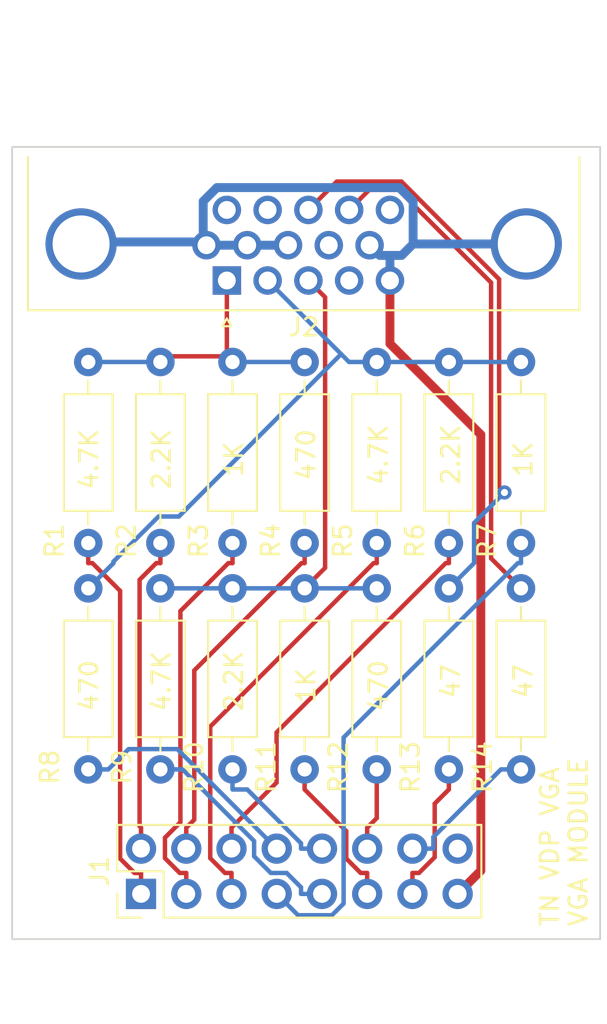
<source format=kicad_pcb>
(kicad_pcb (version 20221018) (generator pcbnew)
  (layers (0 "F.Cu" signal) (31 "B.Cu" signal) (34 "B.Paste" user) (35 "F.Paste" user) (36 "B.SilkS" user "B.Silkscreen") (37 "F.SilkS" user "F.Silkscreen") (38 "B.Mask" user) (39 "F.Mask" user) (44 "Edge.Cuts" user))
  (net 0 "")
  (net 1 "RED")
  (net 2 "GND")
  (net 3 "VS_3V3")
  (net 4 "GREEN")
  (net 5 "BLUE")
  (net 10 "VSYNC")
  (net 11 "HSYNC")
  (net 12 "R2_3V3")
  (net 13 "R3_3V3")
  (net 15 "VCC")
  (net 16 "B0_3V3")
  (net 17 "B1_3V3")
  (net 18 "B2_3V3")
  (net 19 "B3_3V3")
  (net 20 "HS_3V3")
  (net 21 "R0_3V3")
  (net 22 "R1_3V3")
  (net 23 "G0_3V3")
  (net 24 "G1_3V3")
  (net 25 "G2_3V3")
  (net 26 "G3_3V3")
  (footprint "Resistor_THT:R_Axial_DIN0207_L6.3mm_D2.5mm_P10.16mm_Horizontal" (layer "F.Cu") (at 180.975 69.215 -90)
    (fp_text reference "R14" (at 10.033 2.159 90) (layer "F.SilkS"))
    (fp_text value "47")
    (fp_line (start 1.04 0) (end 1.81 0) (stroke (width 0.12)) (layer "F.SilkS"))
    (fp_line (start 1.81 -1.37) (end 1.81 1.37) (stroke (width 0.12)) (layer "F.SilkS"))
    (fp_line (start 1.81 1.37) (end 8.35 1.37) (stroke (width 0.12)) (layer "F.SilkS"))
    (fp_line (start 8.35 -1.37) (end 1.81 -1.37) (stroke (width 0.12)) (layer "F.SilkS"))
    (fp_line (start 8.35 1.37) (end 8.35 -1.37) (stroke (width 0.12)) (layer "F.SilkS"))
    (fp_line (start 9.12 0) (end 8.35 0) (stroke (width 0.12)) (layer "F.SilkS"))
    (pad "1" thru_hole circle (at 0 0 270) (size 1.6 1.6) (drill 0.8) (layers "*.Cu" "*.Mask") (net 10 "VSYNC"))
    (pad "2" thru_hole oval (at 10.16 0 270) (size 1.6 1.6) (drill 0.8) (layers "*.Cu" "*.Mask") (net 3 "VS_3V3"))
  )
  (footprint "Resistor_THT:R_Axial_DIN0207_L6.3mm_D2.5mm_P10.16mm_Horizontal" (layer "F.Cu") (at 156.675 69.215 -90)
    (fp_text reference "R8" (at 10.033 2.159 90) (layer "F.SilkS"))
    (fp_text value "470")
    (fp_line (start 1.04 0) (end 1.81 0) (stroke (width 0.12)) (layer "F.SilkS"))
    (fp_line (start 1.81 -1.37) (end 1.81 1.37) (stroke (width 0.12)) (layer "F.SilkS"))
    (fp_line (start 1.81 1.37) (end 8.35 1.37) (stroke (width 0.12)) (layer "F.SilkS"))
    (fp_line (start 8.35 -1.37) (end 1.81 -1.37) (stroke (width 0.12)) (layer "F.SilkS"))
    (fp_line (start 8.35 1.37) (end 8.35 -1.37) (stroke (width 0.12)) (layer "F.SilkS"))
    (fp_line (start 9.12 0) (end 8.35 0) (stroke (width 0.12)) (layer "F.SilkS"))
    (pad "1" thru_hole circle (at 0 0 270) (size 1.6 1.6) (drill 0.8) (layers "*.Cu" "*.Mask") (net 4 "GREEN"))
    (pad "2" thru_hole oval (at 10.16 0 270) (size 1.6 1.6) (drill 0.8) (layers "*.Cu" "*.Mask") (net 26 "G3_3V3"))
  )
  (footprint "Resistor_THT:R_Axial_DIN0207_L6.3mm_D2.5mm_P10.16mm_Horizontal" (layer "F.Cu") (at 176.925 69.215 -90)
    (fp_text reference "R13" (at 10.033 2.159 90) (layer "F.SilkS"))
    (fp_text value "47")
    (fp_line (start 1.04 0) (end 1.81 0) (stroke (width 0.12)) (layer "F.SilkS"))
    (fp_line (start 1.81 -1.37) (end 1.81 1.37) (stroke (width 0.12)) (layer "F.SilkS"))
    (fp_line (start 1.81 1.37) (end 8.35 1.37) (stroke (width 0.12)) (layer "F.SilkS"))
    (fp_line (start 8.35 -1.37) (end 1.81 -1.37) (stroke (width 0.12)) (layer "F.SilkS"))
    (fp_line (start 8.35 1.37) (end 8.35 -1.37) (stroke (width 0.12)) (layer "F.SilkS"))
    (fp_line (start 9.12 0) (end 8.35 0) (stroke (width 0.12)) (layer "F.SilkS"))
    (pad "1" thru_hole circle (at 0 0 270) (size 1.6 1.6) (drill 0.8) (layers "*.Cu" "*.Mask") (net 11 "HSYNC"))
    (pad "2" thru_hole oval (at 10.16 0 270) (size 1.6 1.6) (drill 0.8) (layers "*.Cu" "*.Mask") (net 20 "HS_3V3"))
  )
  (footprint "Resistor_THT:R_Axial_DIN0207_L6.3mm_D2.5mm_P10.16mm_Horizontal" (layer "F.Cu") (at 156.675 56.515 -90)
    (fp_text reference "R1" (at 10.033 1.905 90) (layer "F.SilkS"))
    (fp_text value "4.7K")
    (fp_line (start 1.04 0) (end 1.81 0) (stroke (width 0.12)) (layer "F.SilkS"))
    (fp_line (start 1.81 -1.37) (end 1.81 1.37) (stroke (width 0.12)) (layer "F.SilkS"))
    (fp_line (start 1.81 1.37) (end 8.35 1.37) (stroke (width 0.12)) (layer "F.SilkS"))
    (fp_line (start 8.35 -1.37) (end 1.81 -1.37) (stroke (width 0.12)) (layer "F.SilkS"))
    (fp_line (start 8.35 1.37) (end 8.35 -1.37) (stroke (width 0.12)) (layer "F.SilkS"))
    (fp_line (start 9.12 0) (end 8.35 0) (stroke (width 0.12)) (layer "F.SilkS"))
    (pad "1" thru_hole circle (at 0 0 270) (size 1.6 1.6) (drill 0.8) (layers "*.Cu" "*.Mask") (net 1 "RED"))
    (pad "2" thru_hole oval (at 10.16 0 270) (size 1.6 1.6) (drill 0.8) (layers "*.Cu" "*.Mask") (net 21 "R0_3V3"))
  )
  (footprint "Connector_Dsub:DSUB-15-HD_Female_Horizontal_P2.29x1.98mm_EdgePinOffset3.03mm_Housed_MountingHolesOffset4.94mm" (layer "F.Cu") (at 164.457 51.943 180)
    (fp_text reference "J2" (at -4.315 -2.61) (layer "F.SilkS"))
    (fp_text value "DE15_Receptacle_HighDensity_MountingHoles")
    (fp_line (start -19.8 -1.67) (end 11.17 -1.67) (stroke (width 0.12)) (layer "F.SilkS"))
    (fp_line (start -19.8 6.93) (end -19.8 -1.67) (stroke (width 0.12)) (layer "F.SilkS"))
    (fp_line (start -0.25 -2.564338) (end 0.25 -2.564338) (stroke (width 0.12)) (layer "F.SilkS"))
    (fp_line (start 0 -2.131325) (end -0.25 -2.564338) (stroke (width 0.12)) (layer "F.SilkS"))
    (fp_line (start 0.25 -2.564338) (end 0 -2.131325) (stroke (width 0.12)) (layer "F.SilkS"))
    (fp_line (start 11.17 -1.67) (end 11.17 6.93) (stroke (width 0.12)) (layer "F.SilkS"))
    (pad "0" thru_hole circle (at -16.815 2.05 180) (size 4 4) (drill 3.2) (layers "*.Cu" "*.Mask") (net 2 "GND"))
    (pad "0" thru_hole circle (at 8.185 2.05 180) (size 4 4) (drill 3.2) (layers "*.Cu" "*.Mask") (net 2 "GND"))
    (pad "1" thru_hole rect (at 0 0 180) (size 1.6 1.6) (drill 1) (layers "*.Cu" "*.Mask") (net 1 "RED"))
    (pad "2" thru_hole circle (at -2.29 0 180) (size 1.6 1.6) (drill 1) (layers "*.Cu" "*.Mask") (net 4 "GREEN"))
    (pad "3" thru_hole circle (at -4.58 0 180) (size 1.6 1.6) (drill 1) (layers "*.Cu" "*.Mask") (net 5 "BLUE"))
    (pad "4" thru_hole circle (at -6.87 0 180) (size 1.6 1.6) (drill 1) (layers "*.Cu" "*.Mask"))
    (pad "5" thru_hole circle (at -9.16 0 180) (size 1.6 1.6) (drill 1) (layers "*.Cu" "*.Mask") (net 2 "GND"))
    (pad "6" thru_hole circle (at 1.145 1.98 180) (size 1.6 1.6) (drill 1) (layers "*.Cu" "*.Mask") (net 2 "GND"))
    (pad "7" thru_hole circle (at -1.145 1.98 180) (size 1.6 1.6) (drill 1) (layers "*.Cu" "*.Mask") (net 2 "GND"))
    (pad "8" thru_hole circle (at -3.435 1.98 180) (size 1.6 1.6) (drill 1) (layers "*.Cu" "*.Mask") (net 2 "GND"))
    (pad "9" thru_hole circle (at -5.725 1.98 180) (size 1.6 1.6) (drill 1) (layers "*.Cu" "*.Mask"))
    (pad "10" thru_hole circle (at -8.015 1.98 180) (size 1.6 1.6) (drill 1) (layers "*.Cu" "*.Mask") (net 2 "GND"))
    (pad "11" thru_hole circle (at 0 3.96 180) (size 1.6 1.6) (drill 1) (layers "*.Cu" "*.Mask"))
    (pad "12" thru_hole circle (at -2.29 3.96 180) (size 1.6 1.6) (drill 1) (layers "*.Cu" "*.Mask"))
    (pad "13" thru_hole circle (at -4.58 3.96 180) (size 1.6 1.6) (drill 1) (layers "*.Cu" "*.Mask") (net 11 "HSYNC"))
    (pad "14" thru_hole circle (at -6.87 3.96 180) (size 1.6 1.6) (drill 1) (layers "*.Cu" "*.Mask") (net 10 "VSYNC"))
    (pad "15" thru_hole circle (at -9.16 3.96 180) (size 1.6 1.6) (drill 1) (layers "*.Cu" "*.Mask"))
  )
  (footprint "Resistor_THT:R_Axial_DIN0207_L6.3mm_D2.5mm_P10.16mm_Horizontal" (layer "F.Cu") (at 168.825 56.515 -90)
    (fp_text reference "R4" (at 10.033 1.905 90) (layer "F.SilkS"))
    (fp_text value "470")
    (fp_line (start 1.04 0) (end 1.81 0) (stroke (width 0.12)) (layer "F.SilkS"))
    (fp_line (start 1.81 -1.37) (end 1.81 1.37) (stroke (width 0.12)) (layer "F.SilkS"))
    (fp_line (start 1.81 1.37) (end 8.35 1.37) (stroke (width 0.12)) (layer "F.SilkS"))
    (fp_line (start 8.35 -1.37) (end 1.81 -1.37) (stroke (width 0.12)) (layer "F.SilkS"))
    (fp_line (start 8.35 1.37) (end 8.35 -1.37) (stroke (width 0.12)) (layer "F.SilkS"))
    (fp_line (start 9.12 0) (end 8.35 0) (stroke (width 0.12)) (layer "F.SilkS"))
    (pad "1" thru_hole circle (at 0 0 270) (size 1.6 1.6) (drill 0.8) (layers "*.Cu" "*.Mask") (net 1 "RED"))
    (pad "2" thru_hole oval (at 10.16 0 270) (size 1.6 1.6) (drill 0.8) (layers "*.Cu" "*.Mask") (net 13 "R3_3V3"))
  )
  (footprint "Resistor_THT:R_Axial_DIN0207_L6.3mm_D2.5mm_P10.16mm_Horizontal" (layer "F.Cu") (at 164.775 69.215 -90)
    (fp_text reference "R10" (at 10.033 2.159 90) (layer "F.SilkS"))
    (fp_text value "2.2K")
    (fp_line (start 1.04 0) (end 1.81 0) (stroke (width 0.12)) (layer "F.SilkS"))
    (fp_line (start 1.81 -1.37) (end 1.81 1.37) (stroke (width 0.12)) (layer "F.SilkS"))
    (fp_line (start 1.81 1.37) (end 8.35 1.37) (stroke (width 0.12)) (layer "F.SilkS"))
    (fp_line (start 8.35 -1.37) (end 1.81 -1.37) (stroke (width 0.12)) (layer "F.SilkS"))
    (fp_line (start 8.35 1.37) (end 8.35 -1.37) (stroke (width 0.12)) (layer "F.SilkS"))
    (fp_line (start 9.12 0) (end 8.35 0) (stroke (width 0.12)) (layer "F.SilkS"))
    (pad "1" thru_hole circle (at 0 0 270) (size 1.6 1.6) (drill 0.8) (layers "*.Cu" "*.Mask") (net 5 "BLUE"))
    (pad "2" thru_hole oval (at 10.16 0 270) (size 1.6 1.6) (drill 0.8) (layers "*.Cu" "*.Mask") (net 17 "B1_3V3"))
  )
  (footprint "Resistor_THT:R_Axial_DIN0207_L6.3mm_D2.5mm_P10.16mm_Horizontal" (layer "F.Cu") (at 180.975 56.515 -90)
    (fp_text reference "R7" (at 10.033 1.905 90) (layer "F.SilkS"))
    (fp_text value "1K")
    (fp_line (start 1.04 0) (end 1.81 0) (stroke (width 0.12)) (layer "F.SilkS"))
    (fp_line (start 1.81 -1.37) (end 1.81 1.37) (stroke (width 0.12)) (layer "F.SilkS"))
    (fp_line (start 1.81 1.37) (end 8.35 1.37) (stroke (width 0.12)) (layer "F.SilkS"))
    (fp_line (start 8.35 -1.37) (end 1.81 -1.37) (stroke (width 0.12)) (layer "F.SilkS"))
    (fp_line (start 8.35 1.37) (end 8.35 -1.37) (stroke (width 0.12)) (layer "F.SilkS"))
    (fp_line (start 9.12 0) (end 8.35 0) (stroke (width 0.12)) (layer "F.SilkS"))
    (pad "1" thru_hole circle (at 0 0 270) (size 1.6 1.6) (drill 0.8) (layers "*.Cu" "*.Mask") (net 4 "GREEN"))
    (pad "2" thru_hole oval (at 10.16 0 270) (size 1.6 1.6) (drill 0.8) (layers "*.Cu" "*.Mask") (net 25 "G2_3V3"))
  )
  (footprint "Resistor_THT:R_Axial_DIN0207_L6.3mm_D2.5mm_P10.16mm_Horizontal" (layer "F.Cu") (at 168.825 69.215 -90)
    (fp_text reference "R11" (at 10.033 2.159 90) (layer "F.SilkS"))
    (fp_text value "1K")
    (fp_line (start 1.04 0) (end 1.81 0) (stroke (width 0.12)) (layer "F.SilkS"))
    (fp_line (start 1.81 -1.37) (end 1.81 1.37) (stroke (width 0.12)) (layer "F.SilkS"))
    (fp_line (start 1.81 1.37) (end 8.35 1.37) (stroke (width 0.12)) (layer "F.SilkS"))
    (fp_line (start 8.35 -1.37) (end 1.81 -1.37) (stroke (width 0.12)) (layer "F.SilkS"))
    (fp_line (start 8.35 1.37) (end 8.35 -1.37) (stroke (width 0.12)) (layer "F.SilkS"))
    (fp_line (start 9.12 0) (end 8.35 0) (stroke (width 0.12)) (layer "F.SilkS"))
    (pad "1" thru_hole circle (at 0 0 270) (size 1.6 1.6) (drill 0.8) (layers "*.Cu" "*.Mask") (net 5 "BLUE"))
    (pad "2" thru_hole oval (at 10.16 0 270) (size 1.6 1.6) (drill 0.8) (layers "*.Cu" "*.Mask") (net 18 "B2_3V3"))
  )
  (footprint "Resistor_THT:R_Axial_DIN0207_L6.3mm_D2.5mm_P10.16mm_Horizontal" (layer "F.Cu") (at 164.775 56.515 -90)
    (fp_text reference "R3" (at 10.033 1.905 90) (layer "F.SilkS"))
    (fp_text value "1K")
    (fp_line (start 1.04 0) (end 1.81 0) (stroke (width 0.12)) (layer "F.SilkS"))
    (fp_line (start 1.81 -1.37) (end 1.81 1.37) (stroke (width 0.12)) (layer "F.SilkS"))
    (fp_line (start 1.81 1.37) (end 8.35 1.37) (stroke (width 0.12)) (layer "F.SilkS"))
    (fp_line (start 8.35 -1.37) (end 1.81 -1.37) (stroke (width 0.12)) (layer "F.SilkS"))
    (fp_line (start 8.35 1.37) (end 8.35 -1.37) (stroke (width 0.12)) (layer "F.SilkS"))
    (fp_line (start 9.12 0) (end 8.35 0) (stroke (width 0.12)) (layer "F.SilkS"))
    (pad "1" thru_hole circle (at 0 0 270) (size 1.6 1.6) (drill 0.8) (layers "*.Cu" "*.Mask") (net 1 "RED"))
    (pad "2" thru_hole oval (at 10.16 0 270) (size 1.6 1.6) (drill 0.8) (layers "*.Cu" "*.Mask") (net 12 "R2_3V3"))
  )
  (footprint "Connector_PinHeader_2.54mm:PinHeader_2x08_P2.54mm_Vertical" (layer "F.Cu") (at 159.639 86.36 90)
    (fp_text reference "J1" (at 1.27 -2.33 90) (layer "F.SilkS"))
    (fp_text value "Conn_02x08_Odd_Even")
    (fp_line (start -1.33 -1.33) (end 0 -1.33) (stroke (width 0.12)) (layer "F.SilkS"))
    (fp_line (start -1.33 0) (end -1.33 -1.33) (stroke (width 0.12)) (layer "F.SilkS"))
    (fp_line (start -1.33 1.27) (end -1.33 19.11) (stroke (width 0.12)) (layer "F.SilkS"))
    (fp_line (start -1.33 1.27) (end 1.27 1.27) (stroke (width 0.12)) (layer "F.SilkS"))
    (fp_line (start -1.33 19.11) (end 3.87 19.11) (stroke (width 0.12)) (layer "F.SilkS"))
    (fp_line (start 1.27 -1.33) (end 3.87 -1.33) (stroke (width 0.12)) (layer "F.SilkS"))
    (fp_line (start 1.27 1.27) (end 1.27 -1.33) (stroke (width 0.12)) (layer "F.SilkS"))
    (fp_line (start 3.87 -1.33) (end 3.87 19.11) (stroke (width 0.12)) (layer "F.SilkS"))
    (pad "1" thru_hole rect (at 0 0 90) (size 1.7 1.7) (drill 1) (layers "*.Cu" "*.Mask") (net 21 "R0_3V3"))
    (pad "2" thru_hole oval (at 2.54 0 90) (size 1.7 1.7) (drill 1) (layers "*.Cu" "*.Mask") (net 22 "R1_3V3"))
    (pad "3" thru_hole oval (at 0 2.54 90) (size 1.7 1.7) (drill 1) (layers "*.Cu" "*.Mask") (net 12 "R2_3V3"))
    (pad "4" thru_hole oval (at 2.54 2.54 90) (size 1.7 1.7) (drill 1) (layers "*.Cu" "*.Mask") (net 13 "R3_3V3"))
    (pad "5" thru_hole oval (at 0 5.08 90) (size 1.7 1.7) (drill 1) (layers "*.Cu" "*.Mask") (net 23 "G0_3V3"))
    (pad "6" thru_hole oval (at 2.54 5.08 90) (size 1.7 1.7) (drill 1) (layers "*.Cu" "*.Mask") (net 24 "G1_3V3"))
    (pad "7" thru_hole oval (at 0 7.62 90) (size 1.7 1.7) (drill 1) (layers "*.Cu" "*.Mask") (net 25 "G2_3V3"))
    (pad "8" thru_hole oval (at 2.54 7.62 90) (size 1.7 1.7) (drill 1) (layers "*.Cu" "*.Mask") (net 26 "G3_3V3"))
    (pad "9" thru_hole oval (at 0 10.16 90) (size 1.7 1.7) (drill 1) (layers "*.Cu" "*.Mask") (net 16 "B0_3V3"))
    (pad "10" thru_hole oval (at 2.54 10.16 90) (size 1.7 1.7) (drill 1) (layers "*.Cu" "*.Mask") (net 17 "B1_3V3"))
    (pad "11" thru_hole oval (at 0 12.7 90) (size 1.7 1.7) (drill 1) (layers "*.Cu" "*.Mask") (net 18 "B2_3V3"))
    (pad "12" thru_hole oval (at 2.54 12.7 90) (size 1.7 1.7) (drill 1) (layers "*.Cu" "*.Mask") (net 19 "B3_3V3"))
    (pad "13" thru_hole oval (at 0 15.24 90) (size 1.7 1.7) (drill 1) (layers "*.Cu" "*.Mask") (net 20 "HS_3V3"))
    (pad "14" thru_hole oval (at 2.54 15.24 90) (size 1.7 1.7) (drill 1) (layers "*.Cu" "*.Mask") (net 3 "VS_3V3"))
    (pad "15" thru_hole oval (at 0 17.78 90) (size 1.7 1.7) (drill 1) (layers "*.Cu" "*.Mask") (net 2 "GND"))
    (pad "16" thru_hole oval (at 2.54 17.78 90) (size 1.7 1.7) (drill 1) (layers "*.Cu" "*.Mask") (net 15 "VCC"))
  )
  (footprint "Resistor_THT:R_Axial_DIN0207_L6.3mm_D2.5mm_P10.16mm_Horizontal" (layer "F.Cu") (at 160.725 69.215 -90)
    (fp_text reference "R9" (at 10.033 2.159 90) (layer "F.SilkS"))
    (fp_text value "4.7K")
    (fp_line (start 1.04 0) (end 1.81 0) (stroke (width 0.12)) (layer "F.SilkS"))
    (fp_line (start 1.81 -1.37) (end 1.81 1.37) (stroke (width 0.12)) (layer "F.SilkS"))
    (fp_line (start 1.81 1.37) (end 8.35 1.37) (stroke (width 0.12)) (layer "F.SilkS"))
    (fp_line (start 8.35 -1.37) (end 1.81 -1.37) (stroke (width 0.12)) (layer "F.SilkS"))
    (fp_line (start 8.35 1.37) (end 8.35 -1.37) (stroke (width 0.12)) (layer "F.SilkS"))
    (fp_line (start 9.12 0) (end 8.35 0) (stroke (width 0.12)) (layer "F.SilkS"))
    (pad "1" thru_hole circle (at 0 0 270) (size 1.6 1.6) (drill 0.8) (layers "*.Cu" "*.Mask") (net 5 "BLUE"))
    (pad "2" thru_hole oval (at 10.16 0 270) (size 1.6 1.6) (drill 0.8) (layers "*.Cu" "*.Mask") (net 16 "B0_3V3"))
  )
  (footprint "Resistor_THT:R_Axial_DIN0207_L6.3mm_D2.5mm_P10.16mm_Horizontal" (layer "F.Cu") (at 172.875 56.515 -90)
    (fp_text reference "R5" (at 10.033 1.905 90) (layer "F.SilkS"))
    (fp_text value "4.7K")
    (fp_line (start 1.04 0) (end 1.81 0) (stroke (width 0.12)) (layer "F.SilkS"))
    (fp_line (start 1.81 -1.37) (end 1.81 1.37) (stroke (width 0.12)) (layer "F.SilkS"))
    (fp_line (start 1.81 1.37) (end 8.35 1.37) (stroke (width 0.12)) (layer "F.SilkS"))
    (fp_line (start 8.35 -1.37) (end 1.81 -1.37) (stroke (width 0.12)) (layer "F.SilkS"))
    (fp_line (start 8.35 1.37) (end 8.35 -1.37) (stroke (width 0.12)) (layer "F.SilkS"))
    (fp_line (start 9.12 0) (end 8.35 0) (stroke (width 0.12)) (layer "F.SilkS"))
    (pad "1" thru_hole circle (at 0 0 270) (size 1.6 1.6) (drill 0.8) (layers "*.Cu" "*.Mask") (net 4 "GREEN"))
    (pad "2" thru_hole oval (at 10.16 0 270) (size 1.6 1.6) (drill 0.8) (layers "*.Cu" "*.Mask") (net 23 "G0_3V3"))
  )
  (footprint "Resistor_THT:R_Axial_DIN0207_L6.3mm_D2.5mm_P10.16mm_Horizontal" (layer "F.Cu") (at 176.925 56.515 -90)
    (fp_text reference "R6" (at 10.033 1.905 90) (layer "F.SilkS"))
    (fp_text value "2.2K")
    (fp_line (start 1.04 0) (end 1.81 0) (stroke (width 0.12)) (layer "F.SilkS"))
    (fp_line (start 1.81 -1.37) (end 1.81 1.37) (stroke (width 0.12)) (layer "F.SilkS"))
    (fp_line (start 1.81 1.37) (end 8.35 1.37) (stroke (width 0.12)) (layer "F.SilkS"))
    (fp_line (start 8.35 -1.37) (end 1.81 -1.37) (stroke (width 0.12)) (layer "F.SilkS"))
    (fp_line (start 8.35 1.37) (end 8.35 -1.37) (stroke (width 0.12)) (layer "F.SilkS"))
    (fp_line (start 9.12 0) (end 8.35 0) (stroke (width 0.12)) (layer "F.SilkS"))
    (pad "1" thru_hole circle (at 0 0 270) (size 1.6 1.6) (drill 0.8) (layers "*.Cu" "*.Mask") (net 4 "GREEN"))
    (pad "2" thru_hole oval (at 10.16 0 270) (size 1.6 1.6) (drill 0.8) (layers "*.Cu" "*.Mask") (net 24 "G1_3V3"))
  )
  (footprint "Resistor_THT:R_Axial_DIN0207_L6.3mm_D2.5mm_P10.16mm_Horizontal" (layer "F.Cu") (at 160.725 56.515 -90)
    (fp_text reference "R2" (at 10.033 1.905 90) (layer "F.SilkS"))
    (fp_text value "2.2K")
    (fp_line (start 1.04 0) (end 1.81 0) (stroke (width 0.12)) (layer "F.SilkS"))
    (fp_line (start 1.81 -1.37) (end 1.81 1.37) (stroke (width 0.12)) (layer "F.SilkS"))
    (fp_line (start 1.81 1.37) (end 8.35 1.37) (stroke (width 0.12)) (layer "F.SilkS"))
    (fp_line (start 8.35 -1.37) (end 1.81 -1.37) (stroke (width 0.12)) (layer "F.SilkS"))
    (fp_line (start 8.35 1.37) (end 8.35 -1.37) (stroke (width 0.12)) (layer "F.SilkS"))
    (fp_line (start 9.12 0) (end 8.35 0) (stroke (width 0.12)) (layer "F.SilkS"))
    (pad "1" thru_hole circle (at 0 0 270) (size 1.6 1.6) (drill 0.8) (layers "*.Cu" "*.Mask") (net 1 "RED"))
    (pad "2" thru_hole oval (at 10.16 0 270) (size 1.6 1.6) (drill 0.8) (layers "*.Cu" "*.Mask") (net 22 "R1_3V3"))
  )
  (footprint "Resistor_THT:R_Axial_DIN0207_L6.3mm_D2.5mm_P10.16mm_Horizontal" (layer "F.Cu") (at 172.875 69.215 -90)
    (fp_text reference "R12" (at 10.033 2.159 90) (layer "F.SilkS"))
    (fp_text value "470")
    (fp_line (start 1.04 0) (end 1.81 0) (stroke (width 0.12)) (layer "F.SilkS"))
    (fp_line (start 1.81 -1.37) (end 1.81 1.37) (stroke (width 0.12)) (layer "F.SilkS"))
    (fp_line (start 1.81 1.37) (end 8.35 1.37) (stroke (width 0.12)) (layer "F.SilkS"))
    (fp_line (start 8.35 -1.37) (end 1.81 -1.37) (stroke (width 0.12)) (layer "F.SilkS"))
    (fp_line (start 8.35 1.37) (end 8.35 -1.37) (stroke (width 0.12)) (layer "F.SilkS"))
    (fp_line (start 9.12 0) (end 8.35 0) (stroke (width 0.12)) (layer "F.SilkS"))
    (pad "1" thru_hole circle (at 0 0 270) (size 1.6 1.6) (drill 0.8) (layers "*.Cu" "*.Mask") (net 5 "BLUE"))
    (pad "2" thru_hole oval (at 10.16 0 270) (size 1.6 1.6) (drill 0.8) (layers "*.Cu" "*.Mask") (net 19 "B3_3V3"))
  )
  (gr_line (start 152.4 88.9) (end 152.4 44.45) (stroke (width 0.1)) (layer "Edge.Cuts"))
  (gr_line (start 152.4 44.45) (end 185.42 44.45) (stroke (width 0.1)) (layer "Edge.Cuts"))
  (gr_line (start 185.42 88.9) (end 152.4 88.9) (stroke (width 0.1)) (layer "Edge.Cuts"))
  (gr_line (start 185.42 44.45) (end 185.42 88.9) (stroke (width 0.1)) (layer "Edge.Cuts"))
  (gr_text "4.7K" (at 156.718 61.976 90) (layer "F.SilkS") (effects (font (size 1 1))))
  (gr_text "1K" (at 164.846 61.976 90) (layer "F.SilkS") (effects (font (size 1 1))))
  (gr_text "470" (at 156.718 74.676 90) (layer "F.SilkS") (effects (font (size 1 1))))
  (gr_text "47" (at 181.102 74.422 90) (layer "F.SilkS") (effects (font (size 1 1))))
  (gr_text "1K" (at 181.102 61.976 90) (layer "F.SilkS") (effects (font (size 1 1))))
  (gr_text "47" (at 177.038 74.422 90) (layer "F.SilkS") (effects (font (size 1 1))))
  (gr_text "470" (at 172.974 74.676 90) (layer "F.SilkS") (effects (font (size 1 1))))
  (gr_text "TN VDP VGA\nVGA MODULE" (at 184.785 88.265 90) (layer "F.SilkS") (effects (font (size 1 1)) (justify left bottom)))
  (gr_text "1K" (at 168.91 74.676 90) (layer "F.SilkS") (effects (font (size 1 1))))
  (gr_text "470" (at 168.91 61.722 90) (layer "F.SilkS") (effects (font (size 1 1))))
  (gr_text "2.2K" (at 164.846 74.422 90) (layer "F.SilkS") (effects (font (size 1 1))))
  (gr_text "4.7K" (at 160.782 74.422 90) (layer "F.SilkS") (effects (font (size 1 1))))
  (gr_text "2.2K" (at 160.782 61.976 90) (layer "F.SilkS") (effects (font (size 1 1))))
  (gr_text "4.7K" (at 172.974 61.722 90) (layer "F.SilkS") (effects (font (size 1 1))))
  (gr_text "2.2K" (at 177.038 61.722 90) (layer "F.SilkS") (effects (font (size 1 1))))
  (segment (start 161.043 56.197) (end 160.725 56.515) (width 0.25) (layer "F.Cu") (net 1))
  (segment (start 164.457 51.943) (end 164.457 56.197) (width 0.25) (layer "F.Cu") (net 1))
  (segment (start 164.457 56.197) (end 161.043 56.197) (width 0.25) (layer "F.Cu") (net 1))
  (segment (start 164.457 56.197) (end 164.775 56.515) (width 0.25) (layer "F.Cu") (net 1))
  (segment (start 156.675 56.515) (end 160.725 56.515) (width 0.25) (layer "B.Cu") (net 1))
  (segment (start 164.775 56.515) (end 168.825 56.515) (width 0.25) (layer "B.Cu") (net 1))
  (segment (start 178.7216 60.5935) (end 173.617 55.4889) (width 0.5) (layer "F.Cu") (net 2))
  (segment (start 173.617 55.4889) (end 173.617 51.943) (width 0.5) (layer "F.Cu") (net 2))
  (segment (start 177.419 86.36) (end 178.7216 85.0574) (width 0.5) (layer "F.Cu") (net 2))
  (segment (start 178.7216 85.0574) (end 178.7216 60.5935) (width 0.5) (layer "F.Cu") (net 2))
  (segment (start 172.472 49.963) (end 173.0445 50.5355) (width 0.5) (layer "B.Cu") (net 2))
  (segment (start 173.617 50.5355) (end 174.2755 50.5355) (width 0.5) (layer "B.Cu") (net 2))
  (segment (start 174.1489 46.7298) (end 163.8988 46.7298) (width 0.5) (layer "B.Cu") (net 2))
  (segment (start 174.918 49.893) (end 174.918 47.4989) (width 0.5) (layer "B.Cu") (net 2))
  (segment (start 165.602 49.963) (end 163.312 49.963) (width 0.5) (layer "B.Cu") (net 2))
  (segment (start 181.272 49.893) (end 174.918 49.893) (width 0.5) (layer "B.Cu") (net 2))
  (segment (start 167.892 49.963) (end 165.602 49.963) (width 0.5) (layer "B.Cu") (net 2))
  (segment (start 174.2755 50.5355) (end 174.918 49.893) (width 0.5) (layer "B.Cu") (net 2))
  (segment (start 163.1295 47.4991) (end 163.1295 49.7805) (width 0.5) (layer "B.Cu") (net 2))
  (segment (start 163.1295 49.7805) (end 163.312 49.963) (width 0.5) (layer "B.Cu") (net 2))
  (segment (start 163.8988 46.7298) (end 163.1295 47.4991) (width 0.5) (layer "B.Cu") (net 2))
  (segment (start 156.3845 49.7805) (end 156.272 49.893) (width 0.5) (layer "B.Cu") (net 2))
  (segment (start 163.1295 49.7805) (end 156.3845 49.7805) (width 0.5) (layer "B.Cu") (net 2))
  (segment (start 174.918 47.4989) (end 174.1489 46.7298) (width 0.5) (layer "B.Cu") (net 2))
  (segment (start 173.617 51.943) (end 173.617 50.5355) (width 0.5) (layer "B.Cu") (net 2))
  (segment (start 173.0445 50.5355) (end 173.617 50.5355) (width 0.5) (layer "B.Cu") (net 2))
  (segment (start 180.975 79.375) (end 179.8499 79.375) (width 0.25) (layer "B.Cu") (net 3))
  (segment (start 176.0541 83.1708) (end 179.8499 79.375) (width 0.25) (layer "B.Cu") (net 3))
  (segment (start 176.0541 83.82) (end 176.0541 83.1708) (width 0.25) (layer "B.Cu") (net 3))
  (segment (start 174.879 83.82) (end 176.0541 83.82) (width 0.25) (layer "B.Cu") (net 3))
  (segment (start 158.0899 67.8002) (end 158.0898 67.8002) (width 0.25) (layer "B.Cu") (net 4))
  (segment (start 158.0899 67.7155) (end 158.0899 67.8002) (width 0.25) (layer "B.Cu") (net 4))
  (segment (start 172.875 56.515) (end 176.925 56.515) (width 0.25) (layer "B.Cu") (net 4))
  (segment (start 160.6214 65.184) (end 158.0899 67.7155) (width 0.25) (layer "B.Cu") (net 4))
  (segment (start 166.747 51.943) (end 170.8753 56.0712) (width 0.25) (layer "B.Cu") (net 4))
  (segment (start 170.8753 56.0712) (end 171.319 56.515) (width 0.25) (layer "B.Cu") (net 4))
  (segment (start 171.319 56.515) (end 172.875 56.515) (width 0.25) (layer "B.Cu") (net 4))
  (segment (start 170.8753 56.0712) (end 161.7625 65.184) (width 0.25) (layer "B.Cu") (net 4))
  (segment (start 161.7625 65.184) (end 160.6214 65.184) (width 0.25) (layer "B.Cu") (net 4))
  (segment (start 158.0898 67.8002) (end 156.675 69.215) (width 0.25) (layer "B.Cu") (net 4))
  (segment (start 176.925 56.515) (end 180.975 56.515) (width 0.25) (layer "B.Cu") (net 4))
  (segment (start 169.9766 52.8826) (end 169.9766 68.0634) (width 0.25) (layer "F.Cu") (net 5))
  (segment (start 169.9766 68.0634) (end 168.825 69.215) (width 0.25) (layer "F.Cu") (net 5))
  (segment (start 169.037 51.943) (end 169.9766 52.8826) (width 0.25) (layer "F.Cu") (net 5))
  (segment (start 168.825 69.215) (end 172.875 69.215) (width 0.25) (layer "B.Cu") (net 5))
  (segment (start 164.775 69.215) (end 168.825 69.215) (width 0.25) (layer "B.Cu") (net 5))
  (segment (start 160.725 69.215) (end 164.775 69.215) (width 0.25) (layer "B.Cu") (net 5))
  (segment (start 174.0914 46.8565) (end 179.2968 52.0619) (width 0.25) (layer "F.Cu") (net 10))
  (segment (start 179.2968 52.0619) (end 179.2968 67.5368) (width 0.25) (layer "F.Cu") (net 10))
  (segment (start 171.327 47.983) (end 172.4535 46.8565) (width 0.25) (layer "F.Cu") (net 10))
  (segment (start 172.4535 46.8565) (end 174.0914 46.8565) (width 0.25) (layer "F.Cu") (net 10))
  (segment (start 179.2968 67.5368) (end 180.975 69.215) (width 0.25) (layer "F.Cu") (net 10))
  (segment (start 179.747 51.8754) (end 179.747 63.5356) (width 0.25) (layer "F.Cu") (net 11))
  (segment (start 169.037 47.983) (end 170.6286 46.3914) (width 0.25) (layer "F.Cu") (net 11))
  (segment (start 170.6286 46.3914) (end 174.263 46.3914) (width 0.25) (layer "F.Cu") (net 11))
  (segment (start 179.747 63.5356) (end 180.0491 63.8377) (width 0.25) (layer "F.Cu") (net 11))
  (segment (start 174.263 46.3914) (end 179.747 51.8754) (width 0.25) (layer "F.Cu") (net 11))
  (via (at 180.0491 63.8377) (size 0.8) (drill 0.4) (layers "F.Cu" "B.Cu") (net 11))
  (segment (start 178.3398 65.547) (end 180.0491 63.8377) (width 0.25) (layer "B.Cu") (net 11))
  (segment (start 176.925 69.215) (end 178.3398 67.8002) (width 0.25) (layer "B.Cu") (net 11))
  (segment (start 178.3398 67.8002) (end 178.3398 65.547) (width 0.25) (layer "B.Cu") (net 11))
  (segment (start 161.8502 82.337) (end 161.8502 70.4917) (width 0.25) (layer "F.Cu") (net 12))
  (segment (start 160.9816 83.2056) (end 161.8502 82.337) (width 0.25) (layer "F.Cu") (net 12))
  (segment (start 160.9816 84.3547) (end 160.9816 83.2056) (width 0.25) (layer "F.Cu") (net 12))
  (segment (start 164.775 66.675) (end 164.775 67.8001) (width 0.25) (layer "F.Cu") (net 12))
  (segment (start 161.8118 85.1849) (end 160.9816 84.3547) (width 0.25) (layer "F.Cu") (net 12))
  (segment (start 164.5418 67.8001) (end 164.775 67.8001) (width 0.25) (layer "F.Cu") (net 12))
  (segment (start 161.8502 70.4917) (end 164.5418 67.8001) (width 0.25) (layer "F.Cu") (net 12))
  (segment (start 162.179 86.36) (end 162.179 85.1849) (width 0.25) (layer "F.Cu") (net 12))
  (segment (start 162.179 85.1849) (end 161.8118 85.1849) (width 0.25) (layer "F.Cu") (net 12))
  (segment (start 168.6487 67.8001) (end 168.825 67.8001) (width 0.25) (layer "F.Cu") (net 13))
  (segment (start 162.179 83.82) (end 162.179 82.6449) (width 0.25) (layer "F.Cu") (net 13))
  (segment (start 162.6291 82.1948) (end 162.6291 73.8197) (width 0.25) (layer "F.Cu") (net 13))
  (segment (start 162.179 82.6449) (end 162.6291 82.1948) (width 0.25) (layer "F.Cu") (net 13))
  (segment (start 168.825 66.675) (end 168.825 67.8001) (width 0.25) (layer "F.Cu") (net 13))
  (segment (start 162.6291 73.8197) (end 168.6487 67.8001) (width 0.25) (layer "F.Cu") (net 13))
  (segment (start 168.6239 86.36) (end 168.6239 85.9927) (width 0.25) (layer "B.Cu") (net 16))
  (segment (start 166.923 85.1849) (end 165.989 84.2509) (width 0.25) (layer "B.Cu") (net 16))
  (segment (start 165.989 83.3959) (end 161.9681 79.375) (width 0.25) (layer "B.Cu") (net 16))
  (segment (start 165.989 84.2509) (end 165.989 83.3959) (width 0.25) (layer "B.Cu") (net 16))
  (segment (start 167.8161 85.1849) (end 166.923 85.1849) (width 0.25) (layer "B.Cu") (net 16))
  (segment (start 161.9681 79.375) (end 160.725 79.375) (width 0.25) (layer "B.Cu") (net 16))
  (segment (start 168.6239 85.9927) (end 167.8161 85.1849) (width 0.25) (layer "B.Cu") (net 16))
  (segment (start 169.799 86.36) (end 168.6239 86.36) (width 0.25) (layer "B.Cu") (net 16))
  (segment (start 165.602 80.5001) (end 164.775 80.5001) (width 0.25) (layer "B.Cu") (net 17))
  (segment (start 164.775 79.375) (end 164.775 80.5001) (width 0.25) (layer "B.Cu") (net 17))
  (segment (start 168.6239 83.522) (end 165.602 80.5001) (width 0.25) (layer "B.Cu") (net 17))
  (segment (start 169.799 83.82) (end 168.6239 83.82) (width 0.25) (layer "B.Cu") (net 17))
  (segment (start 168.6239 83.82) (end 168.6239 83.522) (width 0.25) (layer "B.Cu") (net 17))
  (segment (start 172.339 86.36) (end 172.339 85.1849) (width 0.25) (layer "F.Cu") (net 18))
  (segment (start 172.339 85.1849) (end 171.9717 85.1849) (width 0.25) (layer "F.Cu") (net 18))
  (segment (start 171.9717 85.1849) (end 171.1639 84.3771) (width 0.25) (layer "F.Cu") (net 18))
  (segment (start 171.1639 84.3771) (end 171.1639 82.839) (width 0.25) (layer "F.Cu") (net 18))
  (segment (start 168.825 79.375) (end 168.825 80.5001) (width 0.25) (layer "F.Cu") (net 18))
  (segment (start 171.1639 82.839) (end 168.825 80.5001) (width 0.25) (layer "F.Cu") (net 18))
  (segment (start 172.875 82.1089) (end 172.875 79.375) (width 0.25) (layer "F.Cu") (net 19))
  (segment (start 172.339 82.6449) (end 172.875 82.1089) (width 0.25) (layer "F.Cu") (net 19))
  (segment (start 172.339 83.82) (end 172.339 82.6449) (width 0.25) (layer "F.Cu") (net 19))
  (segment (start 175.2463 85.1849) (end 176.1294 84.3018) (width 0.25) (layer "F.Cu") (net 20))
  (segment (start 174.879 85.1849) (end 175.2463 85.1849) (width 0.25) (layer "F.Cu") (net 20))
  (segment (start 176.925 79.375) (end 176.925 80.5001) (width 0.25) (layer "F.Cu") (net 20))
  (segment (start 176.1294 81.2957) (end 176.925 80.5001) (width 0.25) (layer "F.Cu") (net 20))
  (segment (start 176.1294 84.3018) (end 176.1294 81.2957) (width 0.25) (layer "F.Cu") (net 20))
  (segment (start 174.879 86.36) (end 174.879 85.1849) (width 0.25) (layer "F.Cu") (net 20))
  (segment (start 158.4639 84.3771) (end 158.4639 69.3559) (width 0.25) (layer "F.Cu") (net 21))
  (segment (start 158.4639 69.3559) (end 156.9081 67.8001) (width 0.25) (layer "F.Cu") (net 21))
  (segment (start 156.9081 67.8001) (end 156.675 67.8001) (width 0.25) (layer "F.Cu") (net 21))
  (segment (start 159.639 85.1849) (end 159.2717 85.1849) (width 0.25) (layer "F.Cu") (net 21))
  (segment (start 156.675 66.675) (end 156.675 67.8001) (width 0.25) (layer "F.Cu") (net 21))
  (segment (start 159.2717 85.1849) (end 158.4639 84.3771) (width 0.25) (layer "F.Cu") (net 21))
  (segment (start 159.639 86.36) (end 159.639 85.1849) (width 0.25) (layer "F.Cu") (net 21))
  (segment (start 159.5568 82.5627) (end 159.5568 68.7351) (width 0.25) (layer "F.Cu") (net 22))
  (segment (start 160.725 66.675) (end 160.725 67.8001) (width 0.25) (layer "F.Cu") (net 22))
  (segment (start 160.4918 67.8001) (end 160.725 67.8001) (width 0.25) (layer "F.Cu") (net 22))
  (segment (start 159.5568 68.7351) (end 160.4918 67.8001) (width 0.25) (layer "F.Cu") (net 22))
  (segment (start 159.639 82.6449) (end 159.5568 82.5627) (width 0.25) (layer "F.Cu") (net 22))
  (segment (start 159.639 83.82) (end 159.639 82.6449) (width 0.25) (layer "F.Cu") (net 22))
  (segment (start 172.6987 67.8001) (end 172.875 67.8001) (width 0.25) (layer "F.Cu") (net 23))
  (segment (start 164.3518 85.1849) (end 163.5248 84.3579) (width 0.25) (layer "F.Cu") (net 23))
  (segment (start 172.875 66.675) (end 172.875 67.8001) (width 0.25) (layer "F.Cu") (net 23))
  (segment (start 164.719 85.1849) (end 164.3518 85.1849) (width 0.25) (layer "F.Cu") (net 23))
  (segment (start 163.5248 76.974) (end 172.6987 67.8001) (width 0.25) (layer "F.Cu") (net 23))
  (segment (start 164.719 86.36) (end 164.719 85.1849) (width 0.25) (layer "F.Cu") (net 23))
  (segment (start 163.5248 84.3579) (end 163.5248 76.974) (width 0.25) (layer "F.Cu") (net 23))
  (segment (start 164.719 82.6449) (end 167.2501 80.1138) (width 0.25) (layer "F.Cu") (net 24))
  (segment (start 167.2501 77.2987) (end 176.7487 67.8001) (width 0.25) (layer "F.Cu") (net 24))
  (segment (start 164.719 83.82) (end 164.719 82.6449) (width 0.25) (layer "F.Cu") (net 24))
  (segment (start 176.7487 67.8001) (end 176.925 67.8001) (width 0.25) (layer "F.Cu") (net 24))
  (segment (start 176.925 66.675) (end 176.925 67.8001) (width 0.25) (layer "F.Cu") (net 24))
  (segment (start 167.2501 80.1138) (end 167.2501 77.2987) (width 0.25) (layer "F.Cu") (net 24))
  (segment (start 171.0141 77.5847) (end 180.7987 67.8001) (width 0.25) (layer "B.Cu") (net 25))
  (segment (start 168.4582 87.5592) (end 170.357 87.5592) (width 0.25) (layer "B.Cu") (net 25))
  (segment (start 170.357 87.5592) (end 171.0141 86.9021) (width 0.25) (layer "B.Cu") (net 25))
  (segment (start 167.259 86.36) (end 168.4582 87.5592) (width 0.25) (layer "B.Cu") (net 25))
  (segment (start 180.7987 67.8001) (end 180.975 67.8001) (width 0.25) (layer "B.Cu") (net 25))
  (segment (start 180.975 66.675) (end 180.975 67.8001) (width 0.25) (layer "B.Cu") (net 25))
  (segment (start 171.0141 86.9021) (end 171.0141 77.5847) (width 0.25) (layer "B.Cu") (net 25))
  (segment (start 167.259 83.82) (end 161.675 78.236) (width 0.25) (layer "B.Cu") (net 26))
  (segment (start 161.675 78.236) (end 158.9391 78.236) (width 0.25) (layer "B.Cu") (net 26))
  (segment (start 156.675 79.375) (end 157.8001 79.375) (width 0.25) (layer "B.Cu") (net 26))
  (segment (start 158.9391 78.236) (end 157.8001 79.375) (width 0.25) (layer "B.Cu") (net 26))
)
</source>
